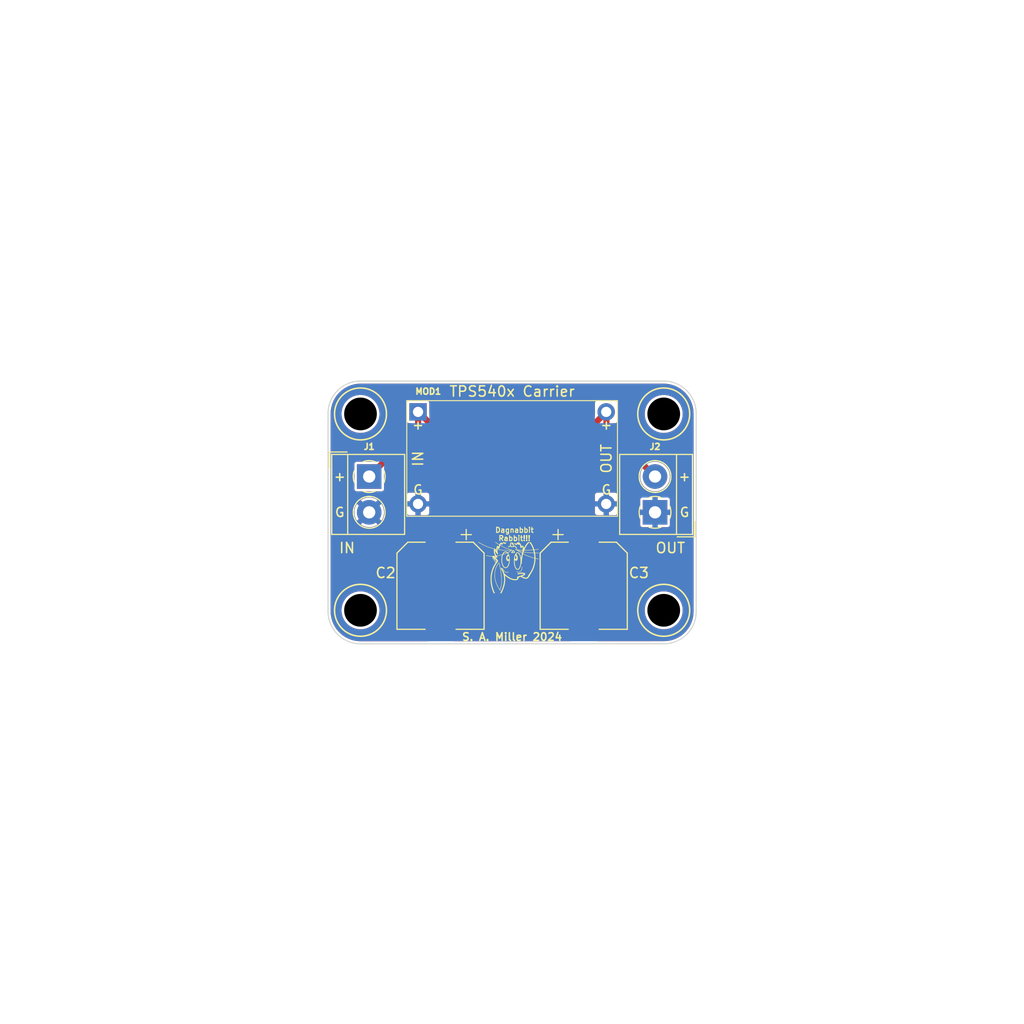
<source format=kicad_pcb>
(kicad_pcb (version 20211014) (generator pcbnew)
  (layers (0 "F.Cu" signal) (31 "B.Cu" signal) (34 "B.Paste" user) (35 "F.Paste" user) (36 "B.SilkS" user "B.Silkscreen") (37 "F.SilkS" user "F.Silkscreen") (38 "B.Mask" user) (39 "F.Mask" user) (44 "Edge.Cuts" user))
  (net 0 "")
  (net 1 "Vin")
  (net 2 "GND")
  (net 3 "Vout")
  (footprint "Tinker:TPS540xMOD" (layer "F.Cu") (at 90.8 90.2)
    (fp_text reference "MOD1" (at 1 -2 unlocked) (layer "F.SilkS") (effects (font (size 0.6 0.6))))
    (fp_text value "TPS540xMOD")
    (fp_text user "+" (at 0 1.27) (layer "F.SilkS") (effects (font (size 0.9 0.9))))
    (fp_text user "G" (at 18.415 7.62) (layer "F.SilkS") (effects (font (size 0.9 0.9))))
    (fp_text user "IN" (at 0 4.575 -90) (layer "F.SilkS"))
    (fp_text user "OUT" (at 18.415 4.575 90) (layer "F.SilkS"))
    (fp_text user "+" (at 18.415 1.27) (layer "F.SilkS") (effects (font (size 0.9 0.9))))
    (fp_text user "G" (at 0 7.62) (layer "F.SilkS") (effects (font (size 0.9 0.9))))
    (pad "1" thru_hole rect (at 0 0) (size 1.7 1.7) (drill 1) (layers *.Cu *.Mask) (net 1 "Vin"))
    (pad "2" thru_hole circle (at 18.4 0) (size 1.7 1.7) (drill 1) (layers *.Cu *.Mask) (net 3 "Vout"))
    (pad "3" thru_hole circle (at 0 9) (size 1.7 1.7) (drill 1) (layers *.Cu *.Mask) (net 2 "GND"))
    (pad "4" thru_hole circle (at 18.4 9) (size 1.7 1.7) (drill 1) (layers *.Cu *.Mask) (net 2 "GND"))
  )
  (footprint "TerminalBlock_4Ucon:TerminalBlock_4Ucon_1x02_P3.50mm_Horizontal" (layer "F.Cu") (at 113.975 100.02 90)
    (fp_text reference "J2" (at 6.42 0) (layer "F.SilkS") (effects (font (size 0.6 0.6))))
    (fp_text value "Output")
    (pad "1" thru_hole rect (at 0 0 90) (size 2.4 2.4) (drill 1.2) (layers *.Cu *.Mask) (net 2 "GND"))
    (pad "2" thru_hole circle (at 3.5 0 90) (size 2.4 2.4) (drill 1.2) (layers *.Cu *.Mask) (net 3 "Vout"))
  )
  (footprint "Tinker:Mount" (layer "F.Cu") (at 114.825 109.6)
    (fp_text reference "REF**" hide)
    (fp_text value "Mount" hide)
    (pad "" np_thru_hole circle (at 0 0) (size 3.2 3.2) (drill 3.2) (layers *.Mask))
  )
  (footprint "Tinker:Mount" (layer "F.Cu") (at 85.175 90.4)
    (fp_text reference "REF**" hide)
    (fp_text value "Mount" hide)
    (pad "" np_thru_hole circle (at 0 0) (size 3.2 3.2) (drill 3.2) (layers *.Mask))
  )
  (footprint "Tinker:Mount" (layer "F.Cu") (at 85.175 109.6)
    (fp_text reference "REF**" hide)
    (fp_text value "Mount" hide)
    (pad "" np_thru_hole circle (at 0 0) (size 3.2 3.2) (drill 3.2) (layers *.Mask))
  )
  (footprint "Capacitor_SMD:CP_Elec_8x10" (layer "F.Cu") (at 107 107.2 -90)
    (fp_text reference "C3" (at -1.255 -5.395 180) (layer "F.SilkS"))
    (fp_text value "330uF")
    (pad "1" smd roundrect (at -3.25 0 270) (size 3.5 2.5) (layers "F.Cu" "F.Paste" "F.Mask") (roundrect_rratio 0.1) (net 3 "Vout"))
    (pad "2" smd roundrect (at 3.25 0 270) (size 3.5 2.5) (layers "F.Cu" "F.Paste" "F.Mask") (roundrect_rratio 0.1) (net 2 "GND"))
  )
  (footprint "Tinker:DagNabbit" (layer "F.Cu") (at 99.9 104.8 180)
    (fp_text reference "REF**" hide)
    (fp_text value "DagNabbit" hide)
    (fp_text user "Dagnabbit\nRabbit!!!" (at -0.331667 2.64) (layer "F.SilkS") (effects (font (size 0.5 0.5) (thickness 0.1))))
  )
  (footprint "Capacitor_SMD:CP_Elec_8x10" (layer "F.Cu") (at 93 107.2 -90)
    (fp_text reference "C2" (at -1.255 5.37 180) (layer "F.SilkS"))
    (fp_text value "330uF")
    (pad "1" smd roundrect (at -3.25 0 270) (size 3.5 2.5) (layers "F.Cu" "F.Paste" "F.Mask") (roundrect_rratio 0.1) (net 1 "Vin"))
    (pad "2" smd roundrect (at 3.25 0 270) (size 3.5 2.5) (layers "F.Cu" "F.Paste" "F.Mask") (roundrect_rratio 0.1) (net 2 "GND"))
  )
  (footprint "TerminalBlock_4Ucon:TerminalBlock_4Ucon_1x02_P3.50mm_Horizontal" (layer "F.Cu") (at 86.025 96.52 -90)
    (fp_text reference "J1" (at -2.92 0) (layer "F.SilkS") (effects (font (size 0.6 0.6))))
    (fp_text value "Input")
    (pad "1" thru_hole rect (at 0 0 270) (size 2.4 2.4) (drill 1.2) (layers *.Cu *.Mask) (net 1 "Vin"))
    (pad "2" thru_hole circle (at 3.5 0 270) (size 2.4 2.4) (drill 1.2) (layers *.Cu *.Mask) (net 2 "GND"))
  )
  (footprint "Tinker:Mount" (layer "F.Cu") (at 114.825 90.4)
    (fp_text reference "REF**" hide)
    (fp_text value "Mount" hide)
    (pad "" np_thru_hole circle (at 0 0) (size 3.2 3.2) (drill 3.2) (layers *.Mask))
  )
  (gr_line (start 118 109.6958) (end 118 90.36) (layer "Edge.Cuts") (width 0.1))
  (gr_line (start 85.175 112.879936) (end 114.825 112.8708) (layer "Edge.Cuts") (width 0.1))
  (gr_arc (start 85.175 112.879936) (mid 82.929936 111.95) (end 82 109.704936) (layer "Edge.Cuts") (width 0.1))
  (gr_line (start 82 90.36) (end 82 109.704936) (layer "Edge.Cuts") (width 0.1))
  (gr_arc (start 82 90.36) (mid 82.929936 88.114936) (end 85.175 87.185) (layer "Edge.Cuts") (width 0.1))
  (gr_arc (start 114.825 87.185) (mid 117.070064 88.114936) (end 118 90.36) (layer "Edge.Cuts") (width 0.1))
  (gr_line (start 114.825 87.185) (end 85.175 87.185) (layer "Edge.Cuts") (width 0.1))
  (gr_arc (start 118 109.6958) (mid 117.0792 111.95) (end 114.825 112.8708) (layer "Edge.Cuts") (width 0.1))
  (gr_text "TPS540x Carrier" (at 100 88.2) (layer "F.SilkS") (effects (font (size 1 1))))
  (gr_text "IN" (at 83 103.505) (layer "F.SilkS") (effects (font (size 1 1)) (justify left)))
  (gr_text "+" (at 116.855 96.52) (layer "F.SilkS") (effects (font (size 0.9 0.9))))
  (gr_text "S. A. Miller 2024" (at 100 112.2) (layer "F.SilkS") (effects (font (size 0.75 0.75))))
  (gr_text "G" (at 116.855 100.02) (layer "F.SilkS") (effects (font (size 0.9 0.9))))
  (gr_text "+" (at 83.145 96.52) (layer "F.SilkS") (effects (font (size 0.9 0.9))))
  (gr_text "G" (at 83.145 100.02) (layer "F.SilkS") (effects (font (size 0.9 0.9))))
  (gr_text "OUT" (at 117 103.505) (layer "F.SilkS") (effects (font (size 1 1)) (justify right)))
  (segment (start 90.805 91.74) (end 86.025 96.52) (width 0.6) (layer "F.Cu") (net 1))
  (segment (start 90.805 90.17) (end 93 92.365) (width 0.6) (layer "F.Cu") (net 1))
  (segment (start 93 92.365) (end 93 103.95) (width 0.6) (layer "F.Cu") (net 1))
  (segment (start 90.805 90.17) (end 90.805 91.74) (width 0.6) (layer "F.Cu") (net 1))
  (segment (start 109.22 90.2) (end 109.22 91.765) (width 0.6) (layer "F.Cu") (net 3))
  (segment (start 109.22 91.765) (end 113.975 96.52) (width 0.6) (layer "F.Cu") (net 3))
  (segment (start 109.22 90.2) (end 107 92.42) (width 0.6) (layer "F.Cu") (net 3))
  (segment (start 107 92.42) (end 107 103.95) (width 0.6) (layer "F.Cu") (net 3))
  (zone (net 2) (net_name "GND") (layer "F.Cu") (connect_pads (clearance 0.254)) (min_thickness 0.254) (fill yes (thermal_gap 0.254) (thermal_bridge_width 0.508))
    (polygon (pts (xy 118.4467 113.22) (xy 81.6167 113.22) (xy 81.6167 86.55) (xy 118.4467 86.55)))
  )
  (zone (net 2) (net_name "GND") (layer "B.Cu") (connect_pads (clearance 0.254)) (min_thickness 0.254) (fill yes (thermal_gap 0.254) (thermal_bridge_width 0.508))
    (polygon (pts (xy 118.4467 113.22) (xy 81.6167 113.22) (xy 81.6167 86.55) (xy 118.4467 86.55)))
  )
)
</source>
